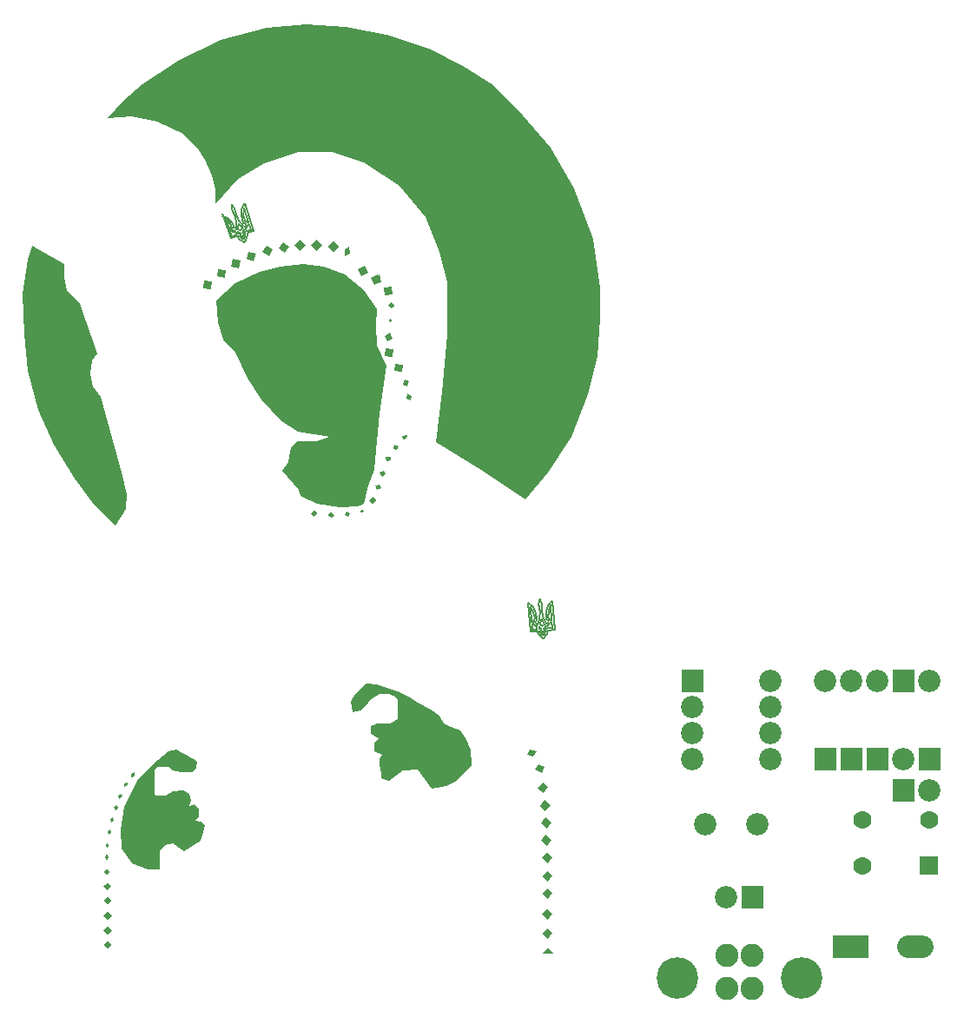
<source format=gts>
G04 start of page 2 for group 2 layer_idx 8 *
G04 Title: (unknown), top_mask *
G04 Creator: pcb-rnd 3.1.4-dev *
G04 CreationDate: 2024-02-11 13:06:30 UTC *
G04 For: STEM4ukraine *
G04 Format: Gerber/RS-274X *
G04 PCB-Dimensions: 393701 393701 *
G04 PCB-Coordinate-Origin: lower left *
%MOIN*%
%FSLAX25Y25*%
%LNTOP_MASK_NONE_2*%
%ADD69C,0.0080*%
%ADD68C,0.0887*%
%ADD67C,0.1595*%
%ADD66C,0.0696*%
%ADD65C,0.0860*%
%ADD64C,0.0710*%
%ADD63C,0.0001*%
G54D63*G36*
X32214Y281109D02*X39314D01*
Y274009D01*
X32214D01*
Y281109D01*
G37*
G54D64*X45764Y277559D03*
G54D63*G36*
X117721Y368164D02*X110621D01*
Y375264D01*
X117721D01*
Y368164D01*
G37*
G54D64*X104171Y371714D03*
G54D63*G36*
X161806Y375264D02*X168906D01*
Y368164D01*
X161806D01*
Y375264D01*
G37*
G54D64*X175356Y371714D03*
G54D63*G36*
X211306Y339300D02*X218406D01*
Y332200D01*
X211306D01*
Y339300D01*
G37*
G54D64*X224856Y335750D03*
G54D63*G36*
X247314Y274009D02*X240214D01*
Y281109D01*
X247314D01*
Y274009D01*
G37*
G54D64*X233764Y277559D03*
G54D63*G36*
X211306Y222918D02*X218406D01*
Y215818D01*
X211306D01*
Y222918D01*
G37*
G54D64*X224856Y219368D03*
G54D63*G36*
X282700Y140001D02*X291300D01*
Y131401D01*
X282700D01*
Y140001D01*
G37*
G54D65*X317000Y135701D03*
X338000D03*
G54D63*G36*
X372300Y140001D02*Y131401D01*
X363700D01*
Y140001D01*
X372300D01*
G37*
G54D65*X378000Y135701D03*
X348000D03*
X358000D03*
X287000Y125701D03*
X317000D03*
X287000Y115701D03*
Y105701D03*
X317000Y115701D03*
Y105701D03*
G54D63*G36*
X333700Y101401D02*Y110001D01*
X342300D01*
Y101401D01*
X333700D01*
G37*
G54D65*X368000Y105701D03*
G54D63*G36*
X343700Y101401D02*Y110001D01*
X352300D01*
Y101401D01*
X343700D01*
G37*
G36*
X353700D02*Y110001D01*
X362300D01*
Y101401D01*
X353700D01*
G37*
G36*
X56121Y210818D02*Y217918D01*
X63221D01*
Y210818D01*
X56121D01*
G37*
G54D64*X59671Y224368D03*
G54D66*X377795Y82559D03*
X352205D03*
G54D63*G36*
X373700Y101401D02*Y110001D01*
X382300D01*
Y101401D01*
X373700D01*
G37*
G36*
X372300Y98001D02*Y89401D01*
X363700D01*
Y98001D01*
X372300D01*
G37*
G54D65*X378000Y93701D03*
G54D63*G36*
X381273Y61365D02*X374317D01*
Y68320D01*
X381273D01*
Y61365D01*
G37*
G54D66*X352205Y64843D03*
G54D65*X370000Y33701D02*X375157D01*
G54D67*X328740Y21654D03*
G54D63*G36*
X340858Y38001D02*X354658D01*
Y29401D01*
X340858D01*
Y38001D01*
G37*
G54D68*X300118Y30512D03*
X309961D03*
G54D65*X292000Y80701D03*
X312000D03*
G54D63*G36*
X305700Y48401D02*Y57001D01*
X314300D01*
Y48401D01*
X305700D01*
G37*
G54D65*X300000Y52701D03*
G54D67*X281339Y21654D03*
G54D68*X300118Y17913D03*
X309961D03*
G54D63*G36*
X56500Y204401D02*X50000Y213401D01*
X42000Y226401D01*
X36000Y239901D01*
X32000Y254901D01*
X30500Y268901D01*
X30000Y284401D01*
X32000Y297401D01*
X33500Y302901D01*
X46000Y295901D01*
Y290901D01*
X47000Y285901D01*
X52000Y280401D01*
X58500Y261401D01*
X56500Y258901D01*
X56000Y253901D01*
X57000Y248901D01*
X60000Y244901D01*
X68000Y215901D01*
X70000Y207401D01*
X69500Y201901D01*
X65500Y195401D01*
X56500Y204401D01*
G37*
G36*
X102587Y289116D02*X102228Y286185D01*
X99297Y286545D01*
X99657Y289475D01*
X102587Y289116D01*
G37*
G36*
X132171Y302482D02*X130477Y300063D01*
X128059Y301757D01*
X129752Y304176D01*
X132171Y302482D01*
G37*
G36*
X119437Y299734D02*X118574Y296910D01*
X115750Y297773D01*
X116613Y300597D01*
X119437Y299734D01*
G37*
G36*
X113466Y297020D02*X112852Y294132D01*
X109964Y294745D01*
X110578Y297634D01*
X113466Y297020D01*
G37*
G36*
X144746Y303169D02*X142848Y300907D01*
X140587Y302805D01*
X142484Y305067D01*
X144746Y303169D01*
G37*
G36*
X138509Y303140D02*X136611Y300878D01*
X134349Y302776D01*
X136247Y305038D01*
X138509Y303140D01*
G37*
G36*
X125978Y301504D02*X124591Y298897D01*
X121984Y300283D01*
X123370Y302890D01*
X125978Y301504D01*
G37*
G36*
X151108Y302581D02*X149020Y300493D01*
X146932Y302581D01*
X149020Y304669D01*
X151108Y302581D01*
G37*
G36*
X162524Y292377D02*X159893Y291036D01*
X158553Y293667D01*
X161183Y295008D01*
X162524Y292377D01*
G37*
G36*
X155637Y299841D02*X153543Y298819D01*
Y301575D01*
X155118Y302362D01*
X155637Y299841D01*
G37*
G36*
X167642Y289227D02*X165011Y287887D01*
X163671Y290518D01*
X166302Y291858D01*
X167642Y289227D01*
G37*
G36*
X167589Y288900D02*X164765Y288037D01*
X163901Y290861D01*
X166725Y291724D01*
X167589Y288900D01*
G37*
G36*
X171810Y284257D02*X168879Y283897D01*
X168519Y286828D01*
X171450Y287188D01*
X171810Y284257D01*
G37*
G36*
X172835Y279921D02*X171260Y278740D01*
X170169Y280265D01*
X171654Y281102D01*
X172835Y279921D01*
G37*
G36*
X172222Y263026D02*X171862Y260095D01*
X168931Y260455D01*
X169291Y263386D01*
X172222Y263026D01*
G37*
G36*
X171779Y267163D02*X169685Y266142D01*
X168988Y268060D01*
X170866Y269291D01*
X171779Y267163D01*
G37*
G36*
X175816Y257226D02*X175456Y254295D01*
X172525Y254655D01*
X172885Y257586D01*
X175816Y257226D01*
G37*
G36*
X178346Y250787D02*X177559Y248819D01*
X175984Y249606D01*
X176378Y251575D01*
X178346Y250787D01*
G37*
G36*
X179134Y245276D02*X178740Y243307D01*
X177165Y244094D01*
X177559Y246063D01*
X179134Y245276D01*
G37*
G36*
X171260Y220472D02*X169517Y219987D01*
X169227Y221632D01*
X171194Y221696D01*
X171260Y220472D01*
G37*
G36*
X68500Y358401D02*X76000Y364901D01*
X89500Y373901D01*
X106000Y381901D01*
X123500Y386401D01*
X139000Y387901D01*
X154000Y386901D01*
X169500Y383901D01*
X186000Y378401D01*
X199000Y371901D01*
X210500Y364401D01*
X222000Y352901D01*
X232500Y340401D01*
X241500Y324901D01*
X249000Y305401D01*
X251500Y286901D01*
Y274901D01*
X250500Y260401D01*
X247000Y245901D01*
X240500Y229401D01*
X231500Y215901D01*
X223000Y205401D01*
X206000Y216901D01*
X188500Y227401D01*
X191000Y246901D01*
X193000Y268401D01*
Y288901D01*
X190000Y300401D01*
X184500Y313901D01*
X174500Y325901D01*
X161000Y334901D01*
X149000Y338901D01*
X135500D01*
X122500Y334401D01*
X112500Y328401D01*
X104000Y318901D01*
Y324401D01*
X102500Y329901D01*
X100000Y335901D01*
X97000Y340401D01*
X91500Y345901D01*
X81500Y350401D01*
X72000Y352401D01*
X62500Y351901D01*
X68500Y358401D01*
G37*
G36*
X167622Y209698D02*X165738Y209126D01*
X165032Y210640D01*
X166916Y211211D01*
X167622Y209698D01*
G37*
G36*
X169291Y214961D02*X167706Y214244D01*
X167000Y215758D01*
X168504Y216535D01*
X169291Y214961D01*
G37*
G36*
X173622Y224409D02*X172164Y224674D01*
X172454Y226319D01*
X174325Y225706D01*
X173622Y224409D01*
G37*
G36*
X177546Y230256D02*X177165Y228740D01*
X175965Y228392D01*
X175675Y229643D01*
X177546Y230256D01*
G37*
G36*
X171654Y274016D02*X170866Y273228D01*
X170472Y274409D01*
X171260Y275197D01*
X171654Y274016D01*
G37*
G36*
X142994Y200169D02*X141732Y198819D01*
X140551Y200000D01*
X141732Y201575D01*
X142994Y200169D01*
G37*
G36*
X149606Y199606D02*X148425Y198425D01*
X146850Y199606D01*
X148031Y200787D01*
X149606Y199606D01*
G37*
G36*
X155512Y200000D02*X154724Y198819D01*
X153543Y199606D01*
X154331Y200787D01*
X155512Y200000D01*
G37*
G36*
X161024Y201181D02*X160236Y200394D01*
X159055Y200787D01*
X159843Y201575D01*
X161024Y201181D01*
G37*
G36*
X165748Y205118D02*X164173Y203937D01*
X162992Y205118D01*
X164567Y206299D01*
X165748Y205118D01*
G37*
G36*
X136536Y206961D02*X135758Y209158D01*
X129435Y216483D01*
X132000Y219901D01*
X133000Y225401D01*
X135500Y227901D01*
X142500D01*
X148000Y229401D01*
X135500Y231401D01*
X129000Y235901D01*
X121500Y243901D01*
X116500Y251401D01*
X111500Y261901D01*
X107000Y266901D01*
X105000Y273401D01*
X104274Y281635D01*
X111500Y288401D01*
X121000Y292901D01*
X129000Y294901D01*
X137500Y295901D01*
X145500Y294901D01*
X153500Y291901D01*
X161000Y285901D01*
X166000Y278401D01*
X165500Y272401D01*
X166000Y264401D01*
X169500Y256901D01*
X167000Y238401D01*
X166000Y227901D01*
X165000Y216901D01*
X162500Y210901D01*
X161000Y203901D01*
X158500Y202901D01*
X151500Y202401D01*
X143000Y203901D01*
X136500Y206901D01*
X136536Y206961D01*
G37*
G36*
X173000Y129901D02*X170500Y130901D01*
X167000D01*
X163500Y128901D01*
X162000Y126401D01*
X159500Y124401D01*
X156500Y123901D01*
X156000Y127901D01*
X157500Y130901D01*
X162000Y134901D01*
X166000Y134401D01*
X174500Y131401D01*
X178500Y129401D01*
X181500Y127401D01*
X186500Y124901D01*
X190000Y122401D01*
X191500Y119401D01*
X193500Y118401D01*
X197998Y116897D01*
X200000Y113901D01*
X202000Y109401D01*
X202157Y103289D01*
X196500Y97401D01*
X192500Y95401D01*
X187000Y94401D01*
X181500Y101901D01*
X176000Y101401D01*
X170500Y97401D01*
X167500Y98401D01*
Y100401D01*
X167000Y103401D01*
Y105901D01*
X168000Y107401D01*
X165000Y108901D01*
Y111901D01*
X166500Y113901D01*
X163500Y115401D01*
Y118401D01*
X166000Y119401D01*
X171000D01*
X174000Y121213D01*
Y128901D01*
X173000Y129901D01*
G37*
G36*
X107859Y293521D02*X107499Y290590D01*
X104568Y290950D01*
X104928Y293881D01*
X107859Y293521D01*
G37*
G36*
X63780Y77559D02*X62992Y76772D01*
X62598Y77953D01*
X63386Y78740D01*
X63780Y77559D01*
G37*
G36*
X64961Y82283D02*X63780Y81496D01*
X63392Y82746D01*
X64567Y83465D01*
X64961Y82283D01*
G37*
G36*
X66535Y87008D02*X65354Y86220D01*
X64967Y87470D01*
X66142Y88189D01*
X66535Y87008D01*
G37*
G36*
X68110Y91339D02*X66929Y90551D01*
X66541Y91801D01*
X67717Y92520D01*
X68110Y91339D01*
G37*
G36*
X70079Y95669D02*X68898Y95276D01*
X68904Y96525D01*
X70079Y96850D01*
Y95669D01*
G37*
G36*
X62992Y72441D02*X62205Y71654D01*
X61817Y72903D01*
X62598Y73622D01*
X62992Y72441D01*
G37*
G36*
X85000Y91901D02*X87500Y93401D01*
X91500Y93901D01*
X94000Y92401D01*
X94500Y89901D01*
X94000Y87901D01*
X96000Y88401D01*
X97500Y86901D01*
Y83901D01*
X96278Y82123D01*
X98500Y81901D01*
X100000Y80401D01*
X99000Y76401D01*
X98068Y74372D01*
X92000Y70401D01*
X87500Y73401D01*
X84500Y72901D01*
X82500Y70401D01*
Y63401D01*
X78000D01*
X72000Y65901D01*
X68000Y71401D01*
X67500Y78901D01*
X69000Y87401D01*
X74000Y97401D01*
X80000Y103901D01*
X86000Y108901D01*
X89000Y109401D01*
X92000Y107901D01*
X95500Y105901D01*
X97000Y104901D01*
X96500Y102401D01*
X95000Y100901D01*
X90500D01*
X87500Y101401D01*
X86000Y102901D01*
X81500D01*
X80500Y101401D01*
Y92401D01*
X80799Y91922D01*
X85000Y91901D01*
G37*
G36*
X63386Y62598D02*X62205Y61417D01*
X61024Y62598D01*
X62205Y63780D01*
X63386Y62598D01*
G37*
G36*
X62992Y68110D02*X62205Y66929D01*
X61417Y68110D01*
X62205Y69291D01*
X62992Y68110D01*
G37*
G36*
X72835Y99213D02*X71654Y98819D01*
X71660Y100068D01*
X72835Y100787D01*
Y99213D01*
G37*
G36*
X231496Y95276D02*X229856Y92640D01*
X227594Y94538D01*
X229492Y96799D01*
X231496Y95276D01*
G37*
G36*
X230315Y102756D02*X229134Y100394D01*
X226413Y101624D01*
X227953Y103937D01*
X230315Y102756D01*
G37*
G36*
X232542Y88209D02*X230644Y85947D01*
X228382Y87845D01*
X230280Y90107D01*
X232542Y88209D01*
G37*
G36*
X232935Y81516D02*X231037Y79254D01*
X228775Y81152D01*
X230673Y83414D01*
X232935Y81516D01*
G37*
G36*
Y74823D02*X231037Y72561D01*
X228775Y74459D01*
X230673Y76721D01*
X232935Y74823D01*
G37*
G36*
X233329Y68130D02*X231431Y65868D01*
X229169Y67766D01*
X231067Y70028D01*
X233329Y68130D01*
G37*
G36*
X227165Y108661D02*X225984Y106693D01*
X223622Y107480D01*
X224409Y109449D01*
X227165Y108661D01*
G37*
G36*
X233329Y61043D02*X231431Y58781D01*
X229169Y60679D01*
X231067Y62941D01*
X233329Y61043D01*
G37*
G36*
Y46476D02*X231431Y44214D01*
X229169Y46112D01*
X231067Y48374D01*
X233329Y46476D01*
G37*
G36*
X64138Y34595D02*X62598Y33071D01*
X60988Y34595D01*
X62598Y36220D01*
X64138Y34595D01*
G37*
G36*
Y40107D02*X62598Y38583D01*
X60988Y40107D01*
X62598Y41732D01*
X64138Y40107D01*
G37*
G36*
Y45618D02*X62598Y44094D01*
X60988Y45618D01*
X62598Y47244D01*
X64138Y45618D01*
G37*
G36*
X233329Y54350D02*X231431Y52088D01*
X229169Y53986D01*
X231067Y56248D01*
X233329Y54350D01*
G37*
G36*
Y38996D02*X231431Y36734D01*
X229169Y38632D01*
X231067Y40894D01*
X233329Y38996D01*
G37*
G36*
X233858Y31102D02*X231890D01*
X229563Y31152D01*
X231461Y33414D01*
X233858Y31102D01*
G37*
G36*
X64138Y51524D02*X62598Y50000D01*
X60988Y51524D01*
X62598Y53150D01*
X64138Y51524D01*
G37*
G36*
X63780Y57087D02*X62598Y55512D01*
X60988Y57036D01*
X62598Y58268D01*
X63780Y57087D01*
G37*
G54D69*X227542Y157482D02*X227044Y157560D01*
X227333Y156730D02*X226900Y156805D01*
X227282Y155609D02*X225561Y155459D01*
X225360Y157753D02*X225788Y157791D01*
X225561Y155459D02*X225360Y157753D01*
X228046Y155676D02*X229002Y155760D01*
X230907Y157776D02*X231383Y157940D01*
X229767Y155827D02*X230723Y155911D01*
X225293Y158518D02*X225721Y158556D01*
X224863Y154627D02*X227419Y154851D01*
X229069Y154995D02*X229210Y153381D01*
X228197Y154919D02*X229069Y154995D01*
X229834Y155062D02*X229975Y153448D01*
X229834Y155062D02*X230706Y155138D01*
X231242Y157073D02*X231656Y157221D01*
X232580Y158385D02*X233008Y158422D01*
X232513Y159150D02*X232941Y159187D01*
X233008Y158422D02*X233209Y156128D01*
X227965Y165500D02*X228384Y162118D01*
X226447Y159620D02*X225938Y162066D01*
X113778Y306884D02*X114279Y305343D01*
X112946Y306613D02*X113778Y306884D01*
X227344Y159066D02*X226689Y162219D01*
X225293Y158518D02*X224797Y164193D01*
X223893Y165717D02*X224863Y154627D01*
X114943Y310007D02*X115370Y310274D01*
X115428Y309397D02*X115798Y309634D01*
X116436Y310976D02*X116845Y311109D01*
X116199Y311706D02*X116608Y311839D01*
X114508Y307121D02*X115009Y305580D01*
X114271Y307851D02*X115184Y308148D01*
X115914Y308385D02*X117557Y308919D01*
X114508Y307121D02*X115341Y307391D01*
X116845Y311109D02*X117557Y308919D01*
X116151Y307655D02*X118524Y308426D01*
X110088Y316851D02*X111509Y313670D01*
X111185Y317201D02*X112120Y313924D01*
X114506Y311542D02*X113877Y314701D01*
X111730Y308963D02*X111228Y308927D01*
X115115Y312402D02*X114628Y314853D01*
X114848Y317257D02*X116608Y311839D01*
X115084Y319013D02*X118524Y308426D01*
X111255Y309623D02*X109891Y312328D01*
X110264Y309877D02*X109209Y311992D01*
X109365Y308793D02*X107632Y313751D01*
X106414Y315027D02*X109753Y305685D01*
X109590Y308212D02*X110000Y308326D01*
X109365Y308793D02*X109776Y308907D01*
X111696Y308184D02*X111258Y308159D01*
X111912Y306925D02*X110262Y306469D01*
X109590Y308212D01*
X109753Y305685D02*X112203Y306363D01*
X112628Y307317D02*X113541Y307614D01*
X229097Y165599D02*X229272Y162195D01*
X230826Y159370D02*X230924Y162590D01*
X231613Y160072D02*X231690Y162569D01*
X232445Y164862D02*X232941Y159187D01*
X233070Y166520D02*X234040Y155430D01*
X231488Y155977D02*X233209Y156128D01*
X231555Y155213D02*X234040Y155430D01*
X230723Y155911D02*G75*G03X230520Y156813I-3442J-301D01*G01*
X229210Y153380D02*G75*G02X228199Y154919I2278J2597D01*G01*
X228046Y155676D02*G75*G02X228090Y156601I3442J301D01*G01*
X229290Y156863D02*G75*G03X228331Y157351I-1205J-1183D01*G01*
X229002Y155760D02*G75*G03X228088Y156601I-918J-80D01*G01*
X229767Y155827D02*G75*G02X230521Y156814I918J80D01*G01*
X229242Y152402D02*G75*G02X227419Y154851I2246J3575D01*G01*
X229721Y151946D02*G75*G03X229242Y152402I-1273J-859D01*G01*
X229722Y151946D02*G75*G02X230115Y152478I1403J-624D01*G01*
X229293Y156863D02*G75*G02X230152Y157510I1392J-956D01*G01*
X230115Y152478D02*G75*G03X231485Y155207I-2833J3131D01*G01*
X231488Y155977D02*G75*G03X231242Y157073I-4206J-368D01*G01*
X229976Y153448D02*G75*G03X230704Y155139I-2695J2162D01*G01*
X227538Y157483D02*G75*G03X228385Y162118I-7102J3692D01*G01*
X227965Y165500D02*G75*G02X228383Y167254I2271J386D01*G01*
X229097Y165599D02*G75*G03X228381Y167254I-2303J-14D01*G01*
X228331Y157351D02*G75*G03X229057Y159551I-7894J3825D01*G01*
X230152Y157510D02*G75*G02X229055Y159550I7110J5138D01*G01*
X230910Y157778D02*G75*G02X229271Y162195I6353J4870D01*G01*
X232444Y164864D02*G75*G03X231691Y162569I3289J-2350D01*G01*
X231383Y157940D02*G75*G03X230826Y159368I-321J698D01*G01*
X231656Y157221D02*G75*G03X232577Y158385I-593J1416D01*G01*
X232510Y159149D02*G75*G03X231613Y160071I-1448J-511D01*G01*
X233070Y166520D02*G75*G03X230924Y162590I2662J-4006D01*G01*
X224797Y164195D02*G75*G02X225937Y162065I-2831J-2885D01*G01*
X225724Y158555D02*G75*G02X226448Y159619I1515J-252D01*G01*
X223893Y165717D02*G75*G02X226689Y162219I-1926J-4407D01*G01*
X227282Y155609D02*G75*G02X227333Y156730I4206J368D01*G01*
X226900Y156805D02*G75*G02X225791Y157792I338J1498D01*G01*
X115914Y308385D02*G75*G03X115428Y309397I-4016J-1305D01*G01*
X115184Y308148D02*G75*G03X114783Y308981I-3286J-1068D01*G01*
X112628Y307317D02*G75*G02X112463Y308228I3286J1068D01*G01*
X113573Y308753D02*G75*G03X112530Y309013I-908J-1424D01*G01*
X114271Y307851D02*G75*G02X114784Y308982I876J285D01*G01*
X114530Y304396D02*G75*G02X112202Y306372I1384J3989D01*G01*
X115010Y305580D02*G75*G03X115339Y307391I-3112J1500D01*G01*
X114278Y305342D02*G75*G02X112948Y306614I1636J3043D01*G01*
X113541Y307614D02*G75*G03X112461Y308228I-876J-285D01*G01*
X113576Y308754D02*G75*G02X114267Y309577I1572J-618D01*G01*
X115798Y309634D02*G75*G03X116434Y310976I-896J1247D01*G01*
X115370Y310274D02*G75*G03X114506Y311539I-469J608D01*G01*
X116197Y311705D02*G75*G03X115115Y312401I-1296J-824D01*G01*
X227044Y157560D02*G75*G02X227345Y159063I195J743D01*G01*
X115363Y304666D02*G75*G03X116084Y307633I-3465J2414D01*G01*
X115099Y304059D02*G75*G03X114530Y304396I-1047J-1123D01*G01*
X115100Y304060D02*G75*G02X115363Y304666I1507J-293D01*G01*
X114548Y310488D02*G75*G02X111960Y314414I5094J6174D01*G01*
X114846Y317258D02*G75*G03X114629Y314853I3733J-1550D01*G01*
X115084Y319013D02*G75*G03X113877Y314701I3495J-3304D01*G01*
X110107Y316811D02*G75*G02X110120Y318614I2125J887D01*G01*
X111188Y317162D02*G75*G03X110118Y318614I-2241J-532D01*G01*
X111727Y308964D02*G75*G03X111510Y313670I-7750J2000D01*G01*
X112529Y309013D02*G75*G03X112741Y311320I-8552J1951D01*G01*
X114268Y309578D02*G75*G02X112740Y311319I5772J6605D01*G01*
X111898Y307080D02*G75*G02X111696Y308184I4016J1305D01*G01*
X111166Y308163D02*X111037Y308167D01*
X110909Y308179D01*
X110782Y308201D01*
X110659Y308230D01*
X110538Y308268D01*
X110423Y308313D01*
X110312Y308367D01*
X110207Y308427D01*
X110109Y308494D01*
X110019Y308568D01*
X109937Y308648D01*
X109863Y308732D01*
X110907Y308679D02*X110841Y308682D01*
X110776Y308691D01*
X110711Y308704D01*
X110649Y308721D01*
X110588Y308743D01*
X110530Y308768D01*
X110475Y308798D01*
X110423Y308831D01*
X110375Y308868D01*
X110332Y308908D01*
X110292Y308950D01*
X110258Y308996D01*
X110228Y309043D01*
X110204Y309092D01*
X110185Y309143D01*
X110172Y309195D01*
X110164Y309248D01*
X110162Y309301D01*
X110166Y309354D01*
X110176Y309406D01*
X110191Y309458D01*
X110211Y309508D01*
X110237Y309557D01*
X110268Y309604D01*
X110304Y309649D01*
X110345Y309690D01*
X110390Y309729D01*
X110439Y309765D01*
X110492Y309797D01*
X110548Y309825D01*
X110607Y309850D01*
X110668Y309870D01*
X110732Y309886D01*
X110796Y309897D01*
X110862Y309904D01*
X107645Y313065D02*X107936Y312908D01*
X108209Y312732D01*
X108461Y312538D01*
X108692Y312327D01*
X108898Y312101D01*
X109080Y311861D01*
X109235Y311610D01*
X109558Y309191D02*X109555Y309297D01*
X109564Y309403D01*
X109585Y309508D01*
X109616Y309611D01*
X109659Y309712D01*
X109712Y309809D01*
X109776Y309902D01*
X109849Y309990D01*
X109932Y310073D01*
X110023Y310150D01*
X106422Y314088D02*X106800Y314019D01*
X107170Y313925D01*
X107529Y313808D01*
X107876Y313668D01*
X108207Y313506D01*
X108520Y313324D01*
X108815Y313121D01*
X109088Y312901D01*
X109338Y312663D01*
X109563Y312410D01*
X109762Y312144D01*
X109933Y311865D01*
M02*

</source>
